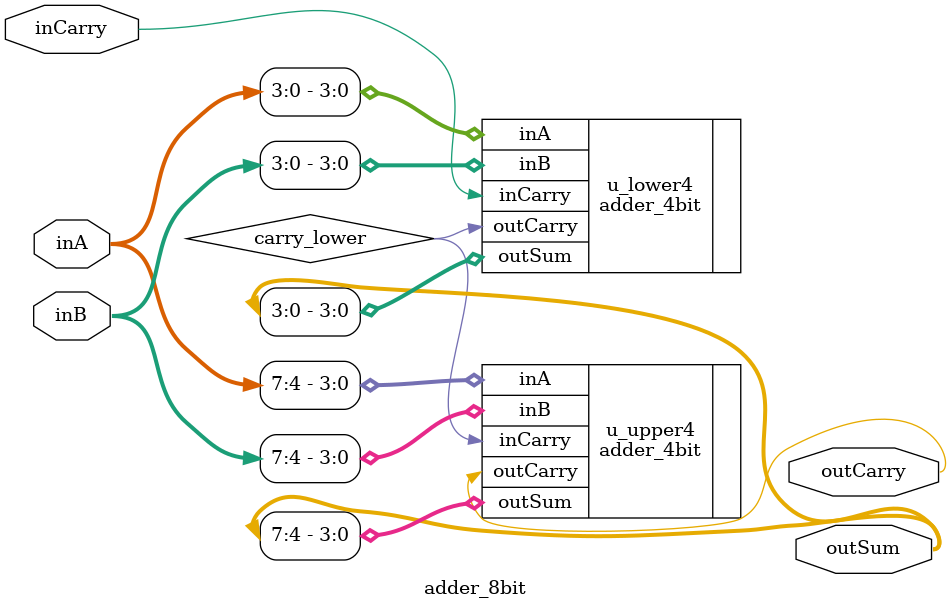
<source format=sv>
module adder_8bit (
    input  logic [7:0] inA,
    input  logic [7:0] inB,
    input  logic       inCarry,
    output logic [7:0] outSum,
    output logic       outCarry
);
    logic carry_lower;

    // Connect lower 4 bits as vectors
    adder_4bit u_lower4 (
        .inA(inA[3:0]),
        .inB(inB[3:0]),
        .inCarry(inCarry),
        .outSum(outSum[3:0]),
        .outCarry(carry_lower)
    );

    // Connect upper 4 bits as vectors
    adder_4bit u_upper4 (
        .inA(inA[7:4]),
        .inB(inB[7:4]),
        .inCarry(carry_lower),
        .outSum(outSum[7:4]),
        .outCarry(outCarry)
    );
endmodule

</source>
